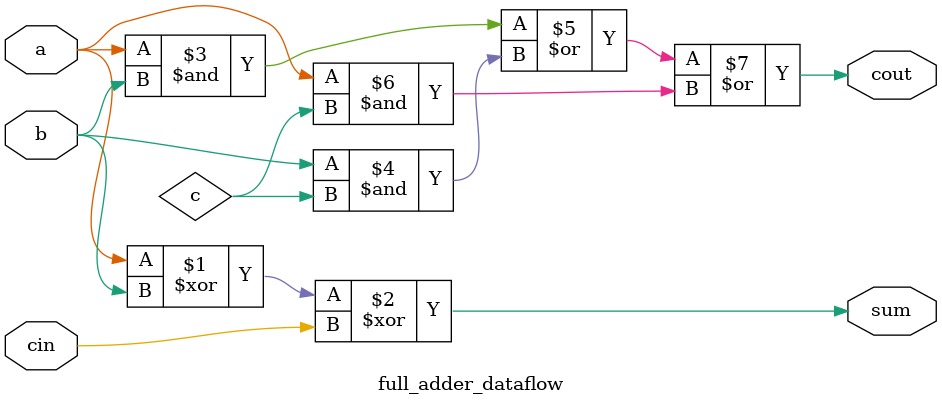
<source format=v>
module full_adder_dataflow(
  input a,b,cin,
  output sum,cout
);
  wire w1;
  assign sum = a^b^cin;
  assign cout = (a & b ) | (b & c) | (a & c);

endmodule
  

</source>
